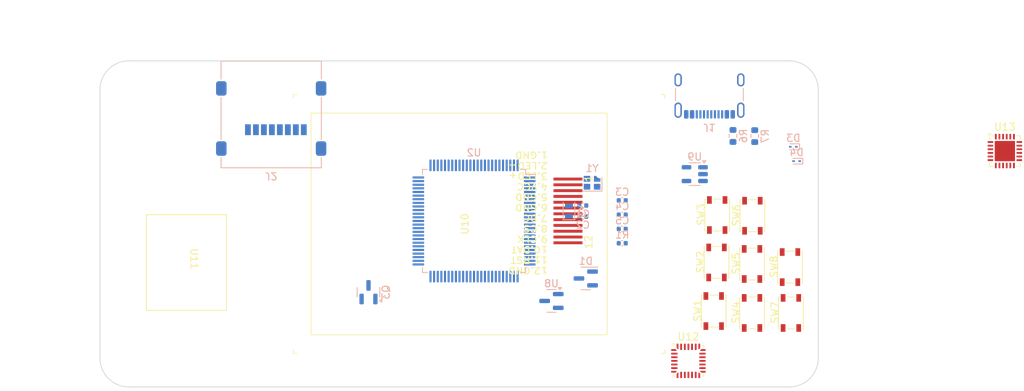
<source format=kicad_pcb>
(kicad_pcb (version 20240108) (generator "pcbnew") (generator_version "8.0")
  (layers (0 "F.Cu" signal) (1 "In1.Cu" signal) (2 "In2.Cu" signal) (31 "B.Cu" signal) (34 "B.Paste" user) (35 "F.Paste" user) (36 "B.SilkS" user "B.Silkscreen") (37 "F.SilkS" user "F.Silkscreen") (38 "B.Mask" user) (39 "F.Mask" user) (44 "Edge.Cuts" user))
  (net 0 "")
  (net 6 "Net-(Q3-C)")
  (net 8 "Net-(Q3-B)")
  (net 63 "GND")
  (net 64 "/OSC32_IN")
  (net 65 "/OSC32_OUT")
  (net 66 "/OSC_IN")
  (net 67 "/OSC_OUT")
  (net 68 "/NRST")
  (net 69 "/BOOT0")
  (net 70 "VDD")
  (net 71 "/VBAT_Pin")
  (net 72 "/VBAT")
  (net 73 "/usb1_D-")
  (net 74 "Net-(J1-CC1)")
  (net 75 "/usb1_D+")
  (net 76 "VBUS")
  (net 77 "Net-(J1-CC2)")
  (net 88 "VDDA")
  (net 89 "/VREF+")
  (net 95 "/IPS_RST")
  (net 96 "/IPS_CS")
  (net 97 "VCC")
  (net 98 "/IPS_SDA")
  (net 99 "/IPS_SCL")
  (net 100 "Net-(U10-LEDK)")
  (net 101 "/IPS_DC")
  (net 102 "/SD1_CLK")
  (net 103 "/SD1_D3")
  (net 104 "/SD1_D1")
  (net 107 "/SD1_D0")
  (net 109 "/SD1_D2")
  (net 110 "/SD1_CMD")
  (net 111 "/USB_OTG_DP")
  (net 112 "/OSPI_IO5")
  (net 113 "/OSPI_DQS")
  (net 114 "/SW_DIO")
  (net 115 "/USB_OTG_DM")
  (net 116 "/OSPI_IO6")
  (net 117 "/OSPI_IO7")
  (net 118 "/OSPI_IO4")
  (net 119 "/OSPI_IO2")
  (net 120 "/OSPI_NCS")
  (net 121 "Net-(C19-Pad1)")
  (net 122 "/I2C1_SCL")
  (net 123 "/OSPI_IO1")
  (net 124 "Net-(C18-Pad1)")
  (net 125 "/USART1_TX")
  (net 126 "/OSPI_CLK")
  (net 127 "/USB_OTG_ID")
  (net 128 "/I2C1_SDA")
  (net 129 "/OSPI_IO3")
  (net 130 "/OSPI_IO0")
  (net 131 "/SW_CLK")
  (net 132 "/USART1_RX")
  (footprint "my_footprint:KEY-SMD_4P-L4.2-W3.4-P2.15-LS4.5-TL" (layer "F.Cu") (at 174.6548 94.4672 90)
    (property "Reference" "SW1" (at 0 -2.286 90) (layer "F.SilkS"))
    (property "Value" "SW_Push")
    (pad "1" smd rect (at -2.131 -1.147 90) (size 1.05 0.65) (layers "F.Cu" "F.Paste" "F.Mask"))
    (pad "1" smd rect (at 2.019 -1.147 90) (size 1.05 0.65) (layers "F.Cu" "F.Paste" "F.Mask"))
    (pad "2" smd rect (at -2.131 1.003 90) (size 1.05 0.65) (layers "F.Cu" "F.Paste" "F.Mask"))
    (pad "2" smd rect (at 2.019 1.003 90) (size 1.05 0.65) (layers "F.Cu" "F.Paste" "F.Mask"))
  )
  (footprint "my_footprint:KEY-SMD_4P-L4.2-W3.4-P2.15-LS4.5-TL" (layer "F.Cu") (at 179.9884 81.3178 90)
    (property "Reference" "SW6" (at 0 -2.286 90) (layer "F.SilkS"))
    (property "Value" "SW_Push")
    (pad "1" smd rect (at -2.131 -1.147 90) (size 1.05 0.65) (layers "F.Cu" "F.Paste" "F.Mask"))
    (pad "1" smd rect (at 2.019 -1.147 90) (size 1.05 0.65) (layers "F.Cu" "F.Paste" "F.Mask"))
    (pad "2" smd rect (at -2.131 1.003 90) (size 1.05 0.65) (layers "F.Cu" "F.Paste" "F.Mask"))
    (pad "2" smd rect (at 2.019 1.003 90) (size 1.05 0.65) (layers "F.Cu" "F.Paste" "F.Mask"))
  )
  (footprint "my_footprint:ips_2.0_240x320_12p" (layer "F.Cu") (at 140.7895 82.507 90)
    (property "Reference" "U10" (at 0 -0.5 90) (layer "F.SilkS"))
    (property "Value" "~")
    (fp_text user "12" (at -3.556 17.145 90) (layer "F.SilkS") (effects (justify left bottom)))
    (fp_text user "1" (at 5.715 17.145 90) (layer "F.SilkS") (effects (justify left bottom)))
    (pad "" np_thru_hole circle (at -3.2 18.08 90) (size 1 1) (drill 1) (layers "F&B.Cu" "*.Mask"))
    (pad "" np_thru_hole circle (at 6.81 18.07 90) (size 1 1) (drill 1) (layers "F&B.Cu" "*.Mask"))
    (pad "1" smd rect (at 6.2 13.71 270) (size 0.4 4) (layers "F.Cu" "F.Paste" "F.Mask") (net 63 "GND"))
    (pad "2" smd rect (at 5.4 13.71 270) (size 0.4 4) (layers "F.Cu" "F.Paste" "F.Mask") (net 100 "Net-(U10-LEDK)"))
    (pad "3" smd rect (at 4.6 13.71 270) (size 0.4 4) (layers "F.Cu" "F.Paste" "F.Mask") (net 97 "VCC"))
    (pad "4" smd rect (at 3.8 13.71 270) (size 0.4 4) (layers "F.Cu" "F.Paste" "F.Mask") (net 97 "VCC"))
    (pad "5" smd rect (at 3 13.71 270) (size 0.4 4) (layers "F.Cu" "F.Paste" "F.Mask") (net 63 "GND"))
    (pad "6" smd rect (at 2.2 13.71 270) (size 0.4 4) (layers "F.Cu" "F.Paste" "F.Mask") (net 63 "GND"))
    (pad "7" smd rect (at 1.4 13.71 270) (size 0.4 4) (layers "F.Cu" "F.Paste" "F.Mask") (net 101 "/IPS_DC"))
    (pad "8" smd rect (at 0.6 13.71 270) (size 0.4 4) (layers "F.Cu" "F.Paste" "F.Mask") (net 96 "/IPS_CS"))
    (pad "9" smd rect (at -0.2 13.71 270) (size 0.4 4) (layers "F.Cu" "F.Paste" "F.Mask") (net 99 "/IPS_SCL"))
    (pad "10" smd rect (at -1 13.71 270) (size 0.4 4) (layers "F.Cu" "F.Paste" "F.Mask") (net 98 "/IPS_SDA"))
    (pad "11" smd rect (at -1.8 13.71 270) (size 0.4 4) (layers "F.Cu" "F.Paste" "F.Mask") (net 95 "/IPS_RST"))
    (pad "12" smd rect (at -2.6 13.71 270) (size 0.4 4) (layers "F.Cu" "F.Paste" "F.Mask") (net 63 "GND"))
  )
  (footprint "my_footprint:KEY-SMD_4P-L4.2-W3.4-P2.15-LS4.5-TL" (layer "F.Cu") (at 175.137 81.2162 90)
    (property "Reference" "SW3" (at 0 -2.286 90) (layer "F.SilkS"))
    (property "Value" "SW_Push")
    (pad "1" smd rect (at -2.131 -1.147 90) (size 1.05 0.65) (layers "F.Cu" "F.Paste" "F.Mask"))
    (pad "1" smd rect (at 2.019 -1.147 90) (size 1.05 0.65) (layers "F.Cu" "F.Paste" "F.Mask"))
    (pad "2" smd rect (at -2.131 1.003 90) (size 1.05 0.65) (layers "F.Cu" "F.Paste" "F.Mask"))
    (pad "2" smd rect (at 2.019 1.003 90) (size 1.05 0.65) (layers "F.Cu" "F.Paste" "F.Mask"))
  )
  (footprint "my_footprint:KEY-SMD_4P-L4.2-W3.4-P2.15-LS4.5-TL" (layer "F.Cu") (at 185.297 94.729 90)
    (property "Reference" "SW7" (at 0 -2.286 90) (layer "F.SilkS"))
    (property "Value" "SW_Push")
    (pad "1" smd rect (at -2.131 -1.147 90) (size 1.05 0.65) (layers "F.Cu" "F.Paste" "F.Mask"))
    (pad "1" smd rect (at 2.019 -1.147 90) (size 1.05 0.65) (layers "F.Cu" "F.Paste" "F.Mask"))
    (pad "2" smd rect (at -2.131 1.003 90) (size 1.05 0.65) (layers "F.Cu" "F.Paste" "F.Mask"))
    (pad "2" smd rect (at 2.019 1.003 90) (size 1.05 0.65) (layers "F.Cu" "F.Paste" "F.Mask"))
  )
  (footprint "MountingHole:MountingHole_2.2mm_M2" (layer "F.Cu") (at 185 101)
    (property "Reference" "H4" (hide yes))
    (property "Value" "MountingHole")
    (pad "" np_thru_hole circle (at 0 0) (size 2.2 2.2) (drill 2.2) (layers "*.Cu" "*.Mask"))
  )
  (footprint "Package_DFN_QFN:QFN-24-1EP_4x4mm_P0.5mm_EP2.8x2.8mm" (layer "F.Cu") (at 214.7125 72.45)
    (property "Reference" "U13" (at 0 -3.33 0) (layer "F.SilkS"))
    (property "Value" "~")
    (pad "1" smd roundrect (at -1.9875 -1.25) (size 0.775 0.25) (layers "F.Cu" "F.Paste" "F.Mask"))
    (pad "2" smd roundrect (at -1.9875 -0.75) (size 0.775 0.25) (layers "F.Cu" "F.Paste" "F.Mask"))
    (pad "3" smd roundrect (at -1.9875 -0.25) (size 0.775 0.25) (layers "F.Cu" "F.Paste" "F.Mask"))
    (pad "4" smd roundrect (at -1.9875 0.25) (size 0.775 0.25) (layers "F.Cu" "F.Paste" "F.Mask"))
    (pad "5" smd roundrect (at -1.9875 0.75) (size 0.775 0.25) (layers "F.Cu" "F.Paste" "F.Mask"))
    (pad "6" smd roundrect (at -1.9875 1.25) (size 0.775 0.25) (layers "F.Cu" "F.Paste" "F.Mask"))
    (pad "7" smd roundrect (at -1.25 1.9875) (size 0.25 0.775) (layers "F.Cu" "F.Paste" "F.Mask"))
    (pad "8" smd roundrect (at -0.75 1.9875) (size 0.25 0.775) (layers "F.Cu" "F.Paste" "F.Mask"))
    (pad "9" smd roundrect (at -0.25 1.9875) (size 0.25 0.775) (layers "F.Cu" "F.Paste" "F.Mask"))
    (pad "10" smd roundrect (at 0.25 1.9875) (size 0.25 0.775) (layers "F.Cu" "F.Paste" "F.Mask"))
    (pad "11" smd roundrect (at 0.75 1.9875) (size 0.25 0.775) (layers "F.Cu" "F.Paste" "F.Mask"))
    (pad "12" smd roundrect (at 1.25 1.9875) (size 0.25 0.775) (layers "F.Cu" "F.Paste" "F.Mask"))
    (pad "13" smd roundrect (at 1.9875 1.25) (size 0.775 0.25) (layers "F.Cu" "F.Paste" "F.Mask"))
    (pad "14" smd roundrect (at 1.9875 0.75) (size 0.775 0.25) (layers "F.Cu" "F.Paste" "F.Mask"))
    (pad "15" smd roundrect (at 1.9875 0.25) (size 0.775 0.25) (layers "F.Cu" "F.Paste" "F.Mask"))
    (pad "16" smd roundrect (at 1.9875 -0.25) (size 0.775 0.25) (layers "F.Cu" "F.Paste" "F.Mask"))
    (pad "17" smd roundrect (at 1.9875 -0.75) (size 0.775 0.25) (layers "F.Cu" "F.Paste" "F.Mask"))
    (pad "18" smd roundrect (at 1.9875 -1.25) (size 0.775 0.25) (layers "F.Cu" "F.Paste" "F.Mask"))
    (pad "19" smd roundrect (at 1.25 -1.9875) (size 0.25 0.775) (layers "F.Cu" "F.Paste" "F.Mask"))
    (pad "20" smd roundrect (at 0.75 -1.9875) (size 0.25 0.775) (layers "F.Cu" "F.Paste" "F.Mask"))
    (pad "21" smd roundrect (at 0.25 -1.9875) (size 0.25 0.775) (layers "F.Cu" "F.Paste" "F.Mask"))
    (pad "22" smd roundrect (at -0.25 -1.9875) (size 0.25 0.775) (layers "F.Cu" "F.Paste" "F.Mask"))
    (pad "23" smd roundrect (at -0.75 -1.9875) (size 0.25 0.775) (layers "F.Cu" "F.Paste" "F.Mask"))
    (pad "24" smd roundrect (at -1.25 -1.9875) (size 0.25 0.775) (layers "F.Cu" "F.Paste" "F.Mask"))
    (pad "25" smd rect (at 0 0) (size 2.8 2.8) (property pad_prop_heatsink) (layers "F.Cu" "F.Mask"))
  )
  (footprint "my_footprint:KEY-SMD_4P-L4.2-W3.4-P2.15-LS4.5-TL" (layer "F.Cu") (at 179.9376 94.729 90)
    (property "Reference" "SW4" (at 0 -2.286 90) (layer "F.SilkS"))
    (property "Value" "SW_Push")
    (pad "1" smd rect (at -2.131 -1.147 90) (size 1.05 0.65) (layers "F.Cu" "F.Paste" "F.Mask"))
    (pad "1" smd rect (at 2.019 -1.147 90) (size 1.05 0.65) (layers "F.Cu" "F.Paste" "F.Mask"))
    (pad "2" smd rect (at -2.131 1.003 90) (size 1.05 0.65) (layers "F.Cu" "F.Paste" "F.Mask"))
    (pad "2" smd rect (at 2.019 1.003 90) (size 1.05 0.65) (layers "F.Cu" "F.Paste" "F.Mask"))
  )
  (footprint "MountingHole:MountingHole_2.2mm_M2" (layer "F.Cu") (at 94 101)
    (property "Reference" "H2" (hide yes))
    (property "Value" "MountingHole")
    (pad "" np_thru_hole circle (at 0 0) (size 2.2 2.2) (drill 2.2) (layers "*.Cu" "*.Mask"))
  )
  (footprint "MountingHole:MountingHole_2.2mm_M2" (layer "F.Cu") (at 185 64)
    (property "Reference" "H3" (hide yes))
    (property "Value" "MountingHole")
    (pad "" np_thru_hole circle (at 0 0) (size 2.2 2.2) (drill 2.2) (layers "*.Cu" "*.Mask"))
  )
  (footprint "Package_DFN_QFN:QFN-28_4x4mm_P0.5mm" (layer "F.Cu") (at 171.1 101.4)
    (property "Reference" "U12" (at 0 -3.33 0) (layer "F.SilkS"))
    (property "Value" "STM32G031G8Ux")
    (pad "1" smd custom (at -1.9975 -1.5) (size 0.136863 0.136863) (layers "F.Cu" "F.Paste" "F.Mask") (options (clearance outline) (anchor circle)) (primitives (gr_poly (pts (xy -0.3325 -0.08) (xy 0.19886 -0.08) (xy 0.3325 0.05364) (xy 0.3325 0.08) (xy -0.3325 0.08)) (width 0.09) (fill yes))))
    (pad "2" smd roundrect (at -1.9375 -1) (size 0.875 0.25) (layers "F.Cu" "F.Paste" "F.Mask"))
    (pad "3" smd roundrect (at -1.9375 -0.5) (size 0.875 0.25) (layers "F.Cu" "F.Paste" "F.Mask"))
    (pad "4" smd roundrect (at -1.9375 0) (size 0.875 0.25) (layers "F.Cu" "F.Paste" "F.Mask"))
    (pad "5" smd roundrect (at -1.9375 0.5) (size 0.875 0.25) (layers "F.Cu" "F.Paste" "F.Mask"))
    (pad "6" smd roundrect (at -1.9375 1) (size 0.875 0.25) (layers "F.Cu" "F.Paste" "F.Mask"))
    (pad "7" smd custom (at -1.9975 1.5) (size 0.136863 0.136863) (layers "F.Cu" "F.Paste" "F.Mask") (options (clearance outline) (anchor circle)) (primitives (gr_poly (pts (xy -0.3325 -0.08) (xy 0.3325 -0.08) (xy 0.3325 -0.05364) (xy 0.19886 0.08) (xy -0.3325 0.08)) (width 0.09) (fill yes))))
    (pad "8" smd custom (at -1.5 1.9975) (size 0.136863 0.136863) (layers "F.Cu" "F.Paste" "F.Mask") (options (clearance outline) (anchor circle)) (primitives (gr_poly (pts (xy -0.08 -0.19886) (xy 0.05364 -0.3325) (xy 0.08 -0.3325) (xy 0.08 0.3325) (xy -0.08 0.3325)) (width 0.09) (fill yes))))
    (pad "9" smd roundrect (at -1 1.9375) (size 0.25 0.875) (layers "F.Cu" "F.Paste" "F.Mask"))
    (pad "10" smd roundrect (at -0.5 1.9375) (size 0.25 0.875) (layers "F.Cu" "F.Paste" "F.Mask"))
    (pad "11" smd roundrect (at 0 1.9375) (size 0.25 0.875) (layers "F.Cu" "F.Paste" "F.Mask"))
    (pad "12" smd roundrect (at 0.5 1.9375) (size 0.25 0.875) (layers "F.Cu" "F.Paste" "F.Mask"))
    (pad "13" smd roundrect (at 1 1.9375) (size 0.25 0.875) (layers "F.Cu" "F.Paste" "F.Mask"))
    (pad "14" smd custom (at 1.5 1.9975) (size 0.136863 0.136863) (layers "F.Cu" "F.Paste" "F.Mask") (options (clearance outline) (anchor circle)) (primitives (gr_poly (pts (xy -0.08 -0.3325) (xy -0.05364 -0.3325) (xy 0.08 -0.19886) (xy 0.08 0.3325) (xy -0.08 0.3325)) (width 0.09) (fill yes))))
    (pad "15" smd custom (at 1.9975 1.5) (size 0.136863 0.136863) (layers "F.Cu" "F.Paste" "F.Mask") (options (clearance outline) (anchor circle)) (primitives (gr_poly (pts (xy -0.3325 -0.08) (xy 0.3325 -0.08) (xy 0.3325 0.08) (xy -0.19886 0.08) (xy -0.3325 -0.05364)) (width 0.09) (fill yes))))
    (pad "16" smd roundrect (at 1.9375 1) (size 0.875 0.25) (layers "F.Cu" "F.Paste" "F.Mask"))
    (pad "17" smd roundrect (at 1.9375 0.5) (size 0.875 0.25) (layers "F.Cu" "F.Paste" "F.Mask"))
    (pad "18" smd roundrect (at 1.9375 0) (size 0.875 0.25) (layers "F.Cu" "F.Paste" "F.Mask"))
    (pad "19" smd roundrect (at 1.9375 -0.5) (size 0.875 0.25) (layers "F.Cu" "F.Paste" "F.Mask"))
    (pad "20" smd roundrect (at 1.9375 -1) (size 0.875 0.25) (layers "F.Cu" "F.Paste" "F.Mask"))
    (pad "21" smd custom (at 1.9975 -1.5) (size 0.136863 0.136863) (layers "F.Cu" "F.Paste" "F.Mask") (options (clearance outline) (anchor circle)) (primitives (gr_poly (pts (xy -0.3325 0.05364) (xy -0.19886 -0.08) (xy 0.3325 -0.08) (xy 0.3325 0.08) (xy -0.3325 0.08)) (width 0.09) (fill yes))))
    (pad "22" smd custom (at 1.5 -1.9975) (size 0.136863 0.136863) (layers "F.Cu" "F.Paste" "F.Mask") (options (clearance outline) (anchor circle)) (primitives (gr_poly (pts (xy -0.08 -0.3325) (xy 0.08 -0.3325) (xy 0.08 0.19886) (xy -0.05364 0.3325) (xy -0.08 0.3325)) (width 0.09) (fill yes))))
    (pad "23" smd roundrect (at 1 -1.9375) (size 0.25 0.875) (layers "F.Cu" "F.Paste" "F.Mask"))
    (pad "24" smd roundrect (at 0.5 -1.9375) (size 0.25 0.875) (layers "F.Cu" "F.Paste" "F.Mask"))
    (pad "25" smd roundrect (at 0 -1.9375) (size 0.25 0.875) (layers "F.Cu" "F.Paste" "F.Mask"))
    (pad "26" smd roundrect (at -0.5 -1.9375) (size 0.25 0.875) (layers "F.Cu" "F.Paste" "F.Mask"))
    (pad "27" smd roundrect (at -1 -1.9375) (size 0.25 0.875) (layers "F.Cu" "F.Paste" "F.Mask"))
    (pad "28" smd custom (at -1.5 -1.9975) (size 0.136863 0.136863) (layers "F.Cu" "F.Paste" "F.Mask") (options (clearance outline) (anchor circle)) (primitives (gr_poly (pts (xy -0.08 -0.3325) (xy 0.08 -0.3325) (xy 0.08 0.3325) (xy 0.05364 0.3325) (xy -0.08 0.19886)) (width 0.09) (fill yes))))
  )
  (footprint "my_footprint:KEY-SMD_4P-L4.2-W3.4-P2.15-LS4.5-TL" (layer "F.Cu") (at 175.0436 87.7616 90)
    (property "Reference" "SW2" (at 0 -2.286 90) (layer "F.SilkS"))
    (property "Value" "SW_Push")
    (pad "1" smd rect (at -2.131 -1.147 90) (size 1.05 0.65) (layers "F.Cu" "F.Paste" "F.Mask"))
    (pad "1" smd rect (at 2.019 -1.147 90) (size 1.05 0.65) (layers "F.Cu" "F.Paste" "F.Mask"))
    (pad "2" smd rect (at -2.131 1.003 90) (size 1.05 0.65) (layers "F.Cu" "F.Paste" "F.Mask"))
    (pad "2" smd rect (at 2.019 1.003 90) (size 1.05 0.65) (layers "F.Cu" "F.Paste" "F.Mask"))
  )
  (footprint "MountingHole:MountingHole_2.2mm_M2" (layer "F.Cu") (at 94 64)
    (property "Reference" "H1" (hide yes))
    (property "Value" "MountingHole")
    (pad "" np_thru_hole circle (at 0 0) (size 2.2 2.2) (drill 2.2) (layers "*.Cu" "*.Mask"))
  )
  (footprint "my_footprint:KEY-SMD_4P-L4.2-W3.4-P2.15-LS4.5-TL" (layer "F.Cu") (at 179.9376 87.9726 90)
    (property "Reference" "SW5" (at 0 -2.286 90) (layer "F.SilkS"))
    (property "Value" "SW_Push")
    (pad "1" smd rect (at -2.131 -1.147 90) (size 1.05 0.65) (layers "F.Cu" "F.Paste" "F.Mask"))
    (pad "1" smd rect (at 2.019 -1.147 90) (size 1.05 0.65) (layers "F.Cu" "F.Paste" "F.Mask"))
    (pad "2" smd rect (at -2.131 1.003 90) (size 1.05 0.65) (layers "F.Cu" "F.Paste" "F.Mask"))
    (pad "2" smd rect (at 2.019 1.003 90) (size 1.05 0.65) (layers "F.Cu" "F.Paste" "F.Mask"))
  )
  (footprint "my_footprint:KEY-SMD_4P-L4.2-W3.4-P2.15-LS4.5-TL" (layer "F.Cu") (at 185.17 88.4044 90)
    (property "Reference" "SW8" (at 0 -2.286 90) (layer "F.SilkS"))
    (property "Value" "SW_Push")
    (pad "1" smd rect (at -2.131 -1.147 90) (size 1.05 0.65) (layers "F.Cu" "F.Paste" "F.Mask"))
    (pad "1" smd rect (at 2.019 -1.147 90) (size 1.05 0.65) (layers "F.Cu" "F.Paste" "F.Mask"))
    (pad "2" smd rect (at -2.131 1.003 90) (size 1.05 0.65) (layers "F.Cu" "F.Paste" "F.Mask"))
    (pad "2" smd rect (at 2.019 1.003 90) (size 1.05 0.65) (layers "F.Cu" "F.Paste" "F.Mask"))
  )
  (footprint "my_footprint:ns_joystick" (layer "F.Cu") (at 102.489 87.3252 -90)
    (property "Reference" "U11" (at 0 -0.5 -90) (layer "F.SilkS"))
    (property "Value" "~")
  )
  (footprint "Connector_USB:USB_C_Receptacle_GCT_USB4105-xx-A_16P_TopMnt_Horizontal" (layer "B.Cu") (at 174 63.7)
    (property "Reference" "J1" (at 0 5.5 180) (layer "B.SilkS") (effects (justify mirror)))
    (property "Value" "USB_C_Receptacle_USB2.0")
    (pad "" np_thru_hole circle (at -2.89 2.605) (size 0.65 0.65) (drill 0.65) (layers "F&B.Cu" "*.Mask"))
    (pad "" np_thru_hole circle (at 2.89 2.605) (size 0.65 0.65) (drill 0.65) (layers "F&B.Cu" "*.Mask"))
    (pad "A1" smd roundrect (at -3.2 3.68) (size 0.6 1.15) (layers "B.Cu" "B.Paste" "B.Mask") (net 63 "GND"))
    (pad "A4" smd roundrect (at -2.4 3.68) (size 0.6 1.15) (layers "B.Cu" "B.Paste" "B.Mask") (net 76 "VBUS"))
    (pad "A5" smd roundrect (at -1.25 3.68) (size 0.3 1.15) (layers "B.Cu" "B.Paste" "B.Mask") (net 74 "Net-(J1-CC1)"))
    (pad "A6" smd roundrect (at -0.25 3.68) (size 0.3 1.15) (layers "B.Cu" "B.Paste" "B.Mask") (net 75 "/usb1_D+"))
    (pad "A7" smd roundrect (at 0.25 3.68) (size 0.3 1.15) (layers "B.Cu" "B.Paste" "B.Mask") (net 73 "/usb1_D-"))
    (pad "A8" smd roundrect (at 1.25 3.68) (size 0.3 1.15) (layers "B.Cu" "B.Paste" "B.Mask"))
    (pad "A9" smd roundrect (at 2.4 3.68) (size 0.6 1.15) (layers "B.Cu" "B.Paste" "B.Mask") (net 76 "VBUS"))
    (pad "A12" smd roundrect (at 3.2 3.68) (size 0.6 1.15) (layers "B.Cu" "B.Paste" "B.Mask") (net 63 "GND"))
    (pad "B1" smd roundrect (at 3.2 3.68) (size 0.6 1.15) (layers "B.Cu" "B.Paste" "B.Mask") (net 63 "GND"))
    (pad "B4" smd roundrect (at 2.4 3.68) (size 0.6 1.15) (layers "B.Cu" "B.Paste" "B.Mask") (net 76 "VBUS"))
    (pad "B5" smd roundrect (at 1.75 3.68) (size 0.3 1.15) (layers "B.Cu" "B.Paste" "B.Mask") (net 77 "Net-(J1-CC2)"))
    (pad "B6" smd roundrect (at 0.75 3.68) (size 0.3 1.15) (layers "B.Cu" "B.Paste" "B.Mask") (net 75 "/usb1_D+"))
    (pad "B7" smd roundrect (at -0.75 3.68) (size 0.3 1.15) (layers "B.Cu" "B.Paste" "B.Mask") (net 73 "/usb1_D-"))
    (pad "B8" smd roundrect (at -1.75 3.68) (size 0.3 1.15) (layers "B.Cu" "B.Paste" "B.Mask"))
    (pad "B9" smd roundrect (at -2.4 3.68) (size 0.6 1.15) (layers "B.Cu" "B.Paste" "B.Mask") (net 76 "VBUS"))
    (pad "B12" smd roundrect (at -3.2 3.68) (size 0.6 1.15) (layers "B.Cu" "B.Paste" "B.Mask") (net 63 "GND"))
    (pad "S1" thru_hole oval (at -4.32 -1.075) (size 1 1.8) (drill oval 0.6 1.4) (layers "*.Cu" "*.Mask" "B.Paste") (net 63 "GND"))
    (pad "S1" thru_hole oval (at -4.32 3.105) (size 1 2.1) (drill oval 0.6 1.7) (layers "*.Cu" "*.Mask" "B.Paste") (net 63 "GND"))
    (pad "S1" thru_hole oval (at 4.32 -1.075) (size 1 1.8) (drill oval 0.6 1.4) (layers "*.Cu" "*.Mask" "B.Paste") (net 63 "GND"))
    (pad "S1" thru_hole oval (at 4.32 3.105) (size 1 2.1) (drill oval 0.6 1.7) (layers "*.Cu" "*.Mask" "B.Paste") (net 63 "GND"))
  )
  (footprint "Package_TO_SOT_SMD:SOT-23" (layer "B.Cu") (at 152.2245 93.1316 180)
    (property "Reference" "U8" (at 0 2.4 180) (layer "B.SilkS") (effects (justify mirror)))
    (property "Value" "REF3033")
    (pad "1" smd roundrect (at -0.9375 0.95 180) (size 1.475 0.6) (layers "B.Cu" "B.Paste" "B.Mask") (net 70 "VDD"))
    (pad "2" smd roundrect (at -0.9375 -0.95 180) (size 1.475 0.6) (layers "B.Cu" "B.Paste" "B.Mask") (net 89 "/VREF+"))
    (pad "3" smd roundrect (at 0.9375 0 180) (size 1.475 0.6) (layers "B.Cu" "B.Paste" "B.Mask") (net 63 "GND"))
  )
  (footprint "Capacitor_SMD:C_0402_1005Metric" (layer "B.Cu") (at 161.976828 83.1976 180)
    (property "Reference" "C5" (at 0 1.16 180) (layer "B.SilkS") (effects (justify mirror)))
    (property "Value" "100nF")
    (pad "1" smd roundrect (at -0.48 0 180) (size 0.56 0.62) (layers "B.Cu" "B.Paste" "B.Mask") (net 68 "/NRST"))
    (pad "2" smd roundrect (at 0.48 0 180) (size 0.56 0.62) (layers "B.Cu" "B.Paste" "B.Mask") (net 63 "GND"))
  )
  (footprint "Capacitor_SMD:C_0402_1005Metric" (layer "B.Cu") (at 156.543828 81.4846)
    (property "Reference" "C2" (at 0 1.16 0) (layer "B.SilkS") (effects (justify mirror)))
    (property "Value" "1.5pF")
    (pad "1" smd roundrect (at -0.48 0) (size 0.56 0.62) (layers "B.Cu" "B.Paste" "B.Mask") (net 65 "/OSC32_OUT"))
    (pad "2" smd roundrect (at 0.48 0) (size 0.56 0.62) (layers "B.Cu" "B.Paste" "B.Mask") (net 63 "GND"))
  )
  (footprint "Package_QFP:LQFP-100_14x14mm_P0.5mm" (layer "B.Cu") (at 141.5542 82.0928 180)
    (property "Reference" "U2" (at 0 9.42 180) (layer "B.SilkS") (effects (justify mirror)))
    (property "Value" "STM32H7B0VBTx")
    (pad "1" smd roundrect (at -7.675 6 180) (size 1.6 0.3) (layers "B.Cu" "B.Paste" "B.Mask"))
    (pad "2" smd roundrect (at -7.675 5.5 180) (size 1.6 0.3) (layers "B.Cu" "B.Paste" "B.Mask"))
    (pad "3" smd roundrect (at -7.675 5 180) (size 1.6 0.3) (layers "B.Cu" "B.Paste" "B.Mask"))
    (pad "4" smd roundrect (at -7.675 4.5 180) (size 1.6 0.3) (layers "B.Cu" "B.Paste" "B.Mask"))
    (pad "5" smd roundrect (at -7.675 4 180) (size 1.6 0.3) (layers "B.Cu" "B.Paste" "B.Mask"))
    (pad "6" smd roundrect (at -7.675 3.5 180) (size 1.6 0.3) (layers "B.Cu" "B.Paste" "B.Mask") (net 72 "/VBAT"))
    (pad "7" smd roundrect (at -7.675 3 180) (size 1.6 0.3) (layers "B.Cu" "B.Paste" "B.Mask"))
    (pad "8" smd roundrect (at -7.675 2.5 180) (size 1.6 0.3) (layers "B.Cu" "B.Paste" "B.Mask") (net 64 "/OSC32_IN"))
    (pad "9" smd roundrect (at -7.675 2 180) (size 1.6 0.3) (layers "B.Cu" "B.Paste" "B.Mask") (net 65 "/OSC32_OUT"))
    (pad "10" smd roundrect (at -7.675 1.5 180) (size 1.6 0.3) (layers "B.Cu" "B.Paste" "B.Mask") (net 63 "GND"))
    (pad "11" smd roundrect (at -7.675 1 180) (size 1.6 0.3) (layers "B.Cu" "B.Paste" "B.Mask") (net 70 "VDD"))
    (pad "12" smd roundrect (at -7.675 0.5 180) (size 1.6 0.3) (layers "B.Cu" "B.Paste" "B.Mask") (net 66 "/OSC_IN"))
    (pad "13" smd roundrect (at -7.675 0 180) (size 1.6 0.3) (layers "B.Cu" "B.Paste" "B.Mask") (net 67 "/OSC_OUT"))
    (pad "14" smd roundrect (at -7.675 -0.5 180) (size 1.6 0.3) (layers "B.Cu" "B.Paste" "B.Mask") (net 68 "/NRST"))
    (pad "15" smd roundrect (at -7.675 -1 180) (size 1.6 0.3) (layers "B.Cu" "B.Paste" "B.Mask"))
    (pad "16" smd roundrect (at -7.675 -1.5 180) (size 1.6 0.3) (layers "B.Cu" "B.Paste" "B.Mask"))
    (pad "17" smd roundrect (at -7.675 -2 180) (size 1.6 0.3) (layers "B.Cu" "B.Paste" "B.Mask"))
    (pad "18" smd roundrect (at -7.675 -2.5 180) (size 1.6 0.3) (layers "B.Cu" "B.Paste" "B.Mask"))
    (pad "19" smd roundrect (at -7.675 -3 180) (size 1.6 0.3) (layers "B.Cu" "B.Paste" "B.Mask") (net 63 "GND"))
    (pad "20" smd roundrect (at -7.675 -3.5 180) (size 1.6 0.3) (layers "B.Cu" "B.Paste" "B.Mask") (net 89 "/VREF+"))
    (pad "21" smd roundrect (at -7.675 -4 180) (size 1.6 0.3) (layers "B.Cu" "B.Paste" "B.Mask") (net 88 "VDDA"))
    (pad "22" smd roundrect (at -7.675 -4.5 180) (size 1.6 0.3) (layers "B.Cu" "B.Paste" "B.Mask"))
    (pad "23" smd roundrect (at -7.675 -5 180) (size 1.6 0.3) (layers "B.Cu" "B.Paste" "B.Mask"))
    (pad "24" smd roundrect (at -7.675 -5.5 180) (size 1.6 0.3) (layers "B.Cu" "B.Paste" "B.Mask"))
    (pad "25" smd roundrect (at -7.675 -6 180) (size 1.6 0.3) (layers "B.Cu" "B.Paste" "B.Mask"))
    (pad "26" smd roundrect (at -6 -7.675 180) (size 0.3 1.6) (layers "B.Cu" "B.Paste" "B.Mask") (net 63 "GND"))
    (pad "27" smd roundrect (at -5.5 -7.675 180) (size 0.3 1.6) (layers "B.Cu" "B.Paste" "B.Mask") (net 70 "VDD"))
    (pad "28" smd roundrect (at -5 -7.675 180) (size 0.3 1.6) (layers "B.Cu" "B.Paste" "B.Mask"))
    (pad "29" smd roundrect (at -4.5 -7.675 180) (size 0.3 1.6) (layers "B.Cu" "B.Paste" "B.Mask"))
    (pad "30" smd roundrect (at -4 -7.675 180) (size 0.3 1.6) (layers "B.Cu" "B.Paste" "B.Mask") (net 129 "/OSPI_IO3"))
    (pad "31" smd roundrect (at -3.5 -7.675 180) (size 0.3 1.6) (layers "B.Cu" "B.Paste" "B.Mask") (net 119 "/OSPI_IO2"))
    (pad "32" smd roundrect (at -3 -7.675 180) (size 0.3 1.6) (layers "B.Cu" "B.Paste" "B.Mask"))
    (pad "33" smd roundrect (at -2.5 -7.675 180) (size 0.3 1.6) (layers "B.Cu" "B.Paste" "B.Mask") (net 113 "/OSPI_DQS"))
    (pad "34" smd roundrect (at -2 -7.675 180) (size 0.3 1.6) (layers "B.Cu" "B.Paste" "B.Mask") (net 123 "/OSPI_IO1"))
    (pad "35" smd roundrect (at -1.5 -7.675 180) (size 0.3 1.6) (layers "B.Cu" "B.Paste" "B.Mask") (net 130 "/OSPI_IO0"))
    (pad "36" smd roundrect (at -1 -7.675 180) (size 0.3 1.6) (layers "B.Cu" "B.Paste" "B.Mask") (net 126 "/OSPI_CLK"))
    (pad "37" smd roundrect (at -0.5 -7.675 180) (size 0.3 1.6) (layers "B.Cu" "B.Paste" "B.Mask") (net 118 "/OSPI_IO4"))
    (pad "38" smd roundrect (at 0 -7.675 180) (size 0.3 1.6) (layers "B.Cu" "B.Paste" "B.Mask") (net 112 "/OSPI_IO5"))
    (pad "39" smd roundrect (at 0.5 -7.675 180) (size 0.3 1.6) (layers "B.Cu" "B.Paste" "B.Mask") (net 116 "/OSPI_IO6"))
    (pad "40" smd roundrect (at 1 -7.675 180) (size 0.3 1.6) (layers "B.Cu" "B.Paste" "B.Mask") (net 117 "/OSPI_IO7"))
    (pad "41" smd roundrect (at 1.5 -7.675 180) (size 0.3 1.6) (layers "B.Cu" "B.Paste" "B.Mask") (net 120 "/OSPI_NCS"))
    (pad "42" smd roundrect (at 2 -7.675 180) (size 0.3 1.6) (layers "B.Cu" "B.Paste" "B.Mask"))
    (pad "43" smd roundrect (at 2.5 -7.675 180) (size 0.3 1.6) (layers "B.Cu" "B.Paste" "B.Mask"))
    (pad "44" smd roundrect (at 3 -7.675 180) (size 0.3 1.6) (layers "B.Cu" "B.Paste" "B.Mask"))
    (pad "45" smd roundrect (at 3.5 -7.675 180) (size 0.3 1.6) (layers "B.Cu" "B.Paste" "B.Mask"))
    (pad "46" smd roundrect (at 4 -7.675 180) (size 0.3 1.6) (layers "B.Cu" "B.Paste" "B.Mask"))
    (pad "47" smd roundrect (at 4.5 -7.675 180) (size 0.3 1.6) (layers "B.Cu" "B.Paste" "B.Mask"))
    (pad "48" smd roundrect (at 5 -7.675 180) (size 0.3 1.6) (layers "B.Cu" "B.Paste" "B.Mask") (net 124 "Net-(C18-Pad1)"))
    (pad "49" smd roundrect (at 5.5 -7.675 180) (size 0.3 1.6) (layers "B.Cu" "B.Paste" "B.Mask") (net 63 "GND"))
    (pad "50" smd roundrect (at 6 -7.675 180) (size 0.3 1.6) (layers "B.Cu" "B.Paste" "B.Mask") (net 70 "VDD"))
    (pad "51" smd roundrect (at 7.675 -6 180) (size 1.6 0.3) (layers "B.Cu" "B.Paste" "B.Mask"))
    (pad "52" smd roundrect (at 7.675 -5.5 180) (size 1.6 0.3) (layers "B.Cu" "B.Paste" "B.Mask"))
    (pad "53" smd roundrect (at 7.675 -5 180) (size 1.6 0.3) (layers "B.Cu" "B.Paste" "B.Mask"))
    (pad "54" smd roundrect (at 7.675 -4.5 180) (size 1.6 0.3) (layers "B.Cu" "B.Paste" "B.Mask"))
    (pad "55" smd roundrect (at 7.675 -4 180) (size 1.6 0.3) (layers "B.Cu" "B.Paste" "B.Mask"))
    (pad "56" smd roundrect (at 7.675 -3.5 180) (size 1.6 0.3) (layers "B.Cu" "B.Paste" "B.Mask"))
    (pad "57" smd roundrect (at 7.675 -3 180) (size 1.6 0.3) (layers "B.Cu" "B.Paste" "B.Mask"))
    (pad "58" smd roundrect (at 7.675 -2.5 180) (size 1.6 0.3) (layers "B.Cu" "B.Paste" "B.Mask"))
    (pad "59" smd roundrect (at 7.675 -2 180) (size 1.6 0.3) (layers "B.Cu" "B.Paste" "B.Mask"))
    (pad "60" smd roundrect (at 7.675 -1.5 180) (size 1.6 0.3) (layers "B.Cu" "B.Paste" "B.Mask"))
    (pad "61" smd roundrect (at 7.675 -1 180) (size 1.6 0.3) (layers "B.Cu" "B.Paste" "B.Mask"))
    (pad "62" smd roundrect (at 7.675 -0.5 180) (size 1.6 0.3) (layers "B.Cu" "B.Paste" "B.Mask"))
    (pad "63" smd roundrect (at 7.675 0 180) (size 1.6 0.3) (layers "B.Cu" "B.Paste" "B.Mask"))
    (pad "64" smd roundrect (at 7.675 0.5 180) (size 1.6 0.3) (layers "B.Cu" "B.Paste" "B.Mask"))
    (pad "65" smd roundrect (at 7.675 1 180) (size 1.6 0.3) (layers "B.Cu" "B.Paste" "B.Mask") (net 107 "/SD1_D0"))
    (pad "66" smd roundrect (at 7.675 1.5 180) (size 1.6 0.3) (layers "B.Cu" "B.Paste" "B.Mask") (net 104 "/SD1_D1"))
    (pad "67" smd roundrect (at 7.675 2 180) (size 1.6 0.3) (layers "B.Cu" "B.Paste" "B.Mask"))
    (pad "68" smd roundrect (at 7.675 2.5 180) (size 1.6 0.3) (layers "B.Cu" "B.Paste" "B.Mask"))
    (pad "69" smd roundrect (at 7.675 3 180) (size 1.6 0.3) (layers "B.Cu" "B.Paste" "B.Mask") (net 127 "/USB_OTG_ID"))
    (pad "70" smd roundrect (at 7.675 3.5 180) (size 1.6 0.3) (layers "B.Cu" "B.Paste" "B.Mask") (net 115 "/USB_OTG_DM"))
    (pad "71" smd roundrect (at 7.675 4 180) (size 1.6 0.3) (layers "B.Cu" "B.Paste" "B.Mask") (net 111 "/USB_OTG_DP"))
    (pad "72" smd roundrect (at 7.675 4.5 180) (size 1.6 0.3) (layers "B.Cu" "B.Paste" "B.Mask") (net 114 "/SW_DIO"))
    (pad "73" smd roundrect (at 7.675 5 180) (size 1.6 0.3) (layers "B.Cu" "B.Paste" "B.Mask") (net 121 "Net-(C19-Pad1)"))
    (pad "74" smd roundrect (at 7.675 5.5 180) (size 1.6 0.3) (layers "B.Cu" "B.Paste" "B.Mask") (net 63 "GND"))
    (pad "75" smd roundrect (at 7.675 6 180) (size 1.6 0.3) (layers "B.Cu" "B.Paste" "B.Mask") (net 70 "VDD"))
    (pad "76" smd roundrect (at 6 7.675 180) (size 0.3 1.6) (layers "B.Cu" "B.Paste" "B.Mask") (net 131 "/SW_CLK"))
    (pad "77" smd roundrect (at 5.5 7.675 180) (size 0.3 1.6) (layers "B.Cu" "B.Paste" "B.Mask"))
    (pad "78" smd roundrect (at 5 7.675 180) (size 0.3 1.6) (layers "B.Cu" "B.Paste" "B.Mask") (net 109 "/SD1_D2"))
    (pad "79" smd roundrect (at 4.5 7.675 180) (size 0.3 1.6) (layers "B.Cu" "B.Paste" "B.Mask") (net 103 "/SD1_D3"))
    (pad "80" smd roundrect (at 4 7.675 180) (size 0.3 1.6) (layers "B.Cu" "B.Paste" "B.Mask") (net 102 "/SD1_CLK"))
    (pad "81" smd roundrect (at 3.5 7.675 180) (size 0.3 1.6) (layers "B.Cu" "B.Paste" "B.Mask"))
    (pad "82" smd roundrect (at 3 7.675 180) (size 0.3 1.6) (layers "B.Cu" "B.Paste" "B.Mask"))
    (pad "83" smd roundrect (at 2.5 7.675 180) (size 0.3 1.6) (layers "B.Cu" "B.Paste" "B.Mask") (net 110 "/SD1_CMD"))
    (pad "84" smd roundrect (at 2 7.675 180) (size 0.3 1.6) (layers "B.Cu" "B.Paste" "B.Mask"))
    (pad "85" smd roundrect (at 1.5 7.675 180) (size 0.3 1.6) (layers "B.Cu" "B.Paste" "B.Mask"))
    (pad "86" smd roundrect (at 1 7.675 180) (size 0.3 1.6) (layers "B.Cu" "B.Paste" "B.Mask"))
    (pad "87" smd roundrect (at 0.5 7.675 180) (size 0.3 1.6) (layers "B.Cu" "B.Paste" "B.Mask"))
    (pad "88" smd roundrect (at 0 7.675 180) (size 0.3 1.6) (layers "B.Cu" "B.Paste" "B.Mask"))
    (pad "89" smd roundrect (at -0.5 7.675 180) (size 0.3 1.6) (layers "B.Cu" "B.Paste" "B.Mask"))
    (pad "90" smd roundrect (at -1 7.675 180) (size 0.3 1.6) (layers "B.Cu" "B.Paste" "B.Mask"))
    (pad "91" smd roundrect (at -1.5 7.675 180) (size 0.3 1.6) (layers "B.Cu" "B.Paste" "B.Mask"))
    (pad "92" smd roundrect (at -2 7.675 180) (size 0.3 1.6) (layers "B.Cu" "B.Paste" "B.Mask") (net 125 "/USART1_TX"))
    (pad "93" smd roundrect (at -2.5 7.675 180) (size 0.3 1.6) (layers "B.Cu" "B.Paste" "B.Mask") (net 132 "/USART1_RX"))
    (pad "94" smd roundrect (at -3 7.675 180) (size 0.3 1.6) (layers "B.Cu" "B.Paste" "B.Mask") (net 69 "/BOOT0"))
    (pad "95" smd roundrect (at -3.5 7.675 180) (size 0.3 1.6) (layers "B.Cu" "B.Paste" "B.Mask") (net 122 "/I2C1_SCL"))
    (pad "96" smd roundrect (at -4 7.675 180) (size 0.3 1.6) (layers "B.Cu" "B.Paste" "B.Mask") (net 128 "/I2C1_SDA"))
    (pad "97" smd roundrect (at -4.5 7.675 180) (size 0.3 1.6) (layers "B.Cu" "B.Paste" "B.Mask"))
    (pad "98" smd roundrect (at -5 7.675 180) (size 0.3 1.6) (layers "B.Cu" "B.Paste" "B.Mask"))
    (pad "99" smd roundrect (at -5.5 7.675 180) (size 0.3 1.6) (layers "B.Cu" "B.Paste" "B.Mask") (net 63 "GND"))
    (pad "100" smd roundrect (at -6 7.675 180) (size 0.3 1.6) (layers "B.Cu" "B.Paste" "B.Mask") (net 70 "VDD"))
  )
  (footprint "Capacitor_SMD:C_0402_1005Metric" (layer "B.Cu") (at 161.976828 85.1676 180)
    (property "Reference" "R1" (at 0 1.16 180) (layer "B.SilkS") (effects (justify mirror)))
    (property "Value" "10k")
    (pad "1" smd roundrect (at -0.48 0 180) (size 0.56 0.62) (layers "B.Cu" "B.Paste" "B.Mask") (net 69 "/BOOT0"))
    (pad "2" smd roundrect (at 0.48 0 180) (size 0.56 0.62) (layers "B.Cu" "B.Paste" "B.Mask") (net 63 "GND"))
  )
  (footprint "Diode_SMD:D_SOD-923" (layer "B.Cu") (at 185.5588 71.8566 180)
    (property "Reference" "D3" (at 0 1.2 180) (layer "B.SilkS") (effects (justify mirror)))
    (property "Value" "ESD9B3.3ST5G")
    (pad "1" smd roundrect (at -0.42 0) (size 0.36 0.25) (layers "B.Cu" "B.Paste" "B.Mask") (net 63 "GND"))
    (pad "2" smd roundrect (at 0.42 0) (size 0.36 0.25) (layers "B.Cu" "B.Paste" "B.Mask") (net 75 "/usb1_D+"))
  )
  (footprint "Package_TO_SOT_SMD:SOT-23-5" (layer "B.Cu") (at 171.9716 75.632 180)
    (property "Reference" "U9" (at 0 2.4 180) (layer "B.SilkS") (effects (justify mirror)))
    (property "Value" "RT9193-33GB")
    (pad "1" smd roundrect (at -1.1375 0.95 180) (size 1.325 0.6) (layers "B.Cu" "B.Paste" "B.Mask"))
    (pad "2" smd roundrect (at -1.1375 0 180) (size 1.325 0.6) (layers "B.Cu" "B.Paste" "B.Mask"))
    (pad "3" smd roundrect (at -1.1375 -0.95 180) (size 1.325 0.6) (layers "B.Cu" "B.Paste" "B.Mask"))
    (pad "4" smd roundrect (at 1.1375 -0.95 180) (size 1.325 0.6) (layers "B.Cu" "B.Paste" "B.Mask"))
    (pad "5" smd roundrect (at 1.1375 0.95 180) (size 1.325 0.6) (layers "B.Cu" "B.Paste" "B.Mask"))
  )
  (footprint "Connector_Card:microSD_HC_Molex_47219-2001" (layer "B.Cu") (at 113.6 67.4)
    (property "Reference" "J2" (at 0 8.5 180) (layer "B.SilkS") (effects (justify mirror)))
    (property "Value" "Micro_SD_Card")
    (pad "1" smd rect (at -3.205 2.1) (size 0.8 1.5) (layers "B.Cu" "B.Paste" "B.Mask") (net 109 "/SD1_D2"))
    (pad "2" smd rect (at -2.105 2.1) (size 0.8 1.5) (layers "B.Cu" "B.Paste" "B.Mask") (net 103 "/SD1_D3"))
    (pad "3" smd rect (at -1.005 2.1) (size 0.8 1.5) (layers "B.Cu" "B.Paste" "B.Mask") (net 110 "/SD1_CMD"))
    (pad "4" smd rect (at 0.095 2.1) (size 0.8 1.5) (layers "B.Cu" "B.Paste" "B.Mask"))
    (pad "5" smd rect (at 1.195 2.1) (size 0.8 1.5) (layers "B.Cu" "B.Paste" "B.Mask") (net 102 "/SD1_CLK"))
    (pad "6" smd rect (at 2.295 2.1) (size 0.8 1.5) (layers "B.Cu" "B.Paste" "B.Mask"))
    (pad "7" smd rect (at 3.395 2.1) (size 0.8 1.5) (layers "B.Cu" "B.Paste" "B.Mask") (net 107 "/SD1_D0"))
    (pad "8" smd rect (at 4.495 2.1) (size 0.8 1.5) (layers "B.Cu" "B.Paste" "B.Mask") (net 104 "/SD1_D1"))
    (pad "9" smd roundrect (at -6.875 -3.6) (size 1.45 2) (layers "B.Cu" "B.Paste" "B.Mask"))
    (pad "9" smd roundrect (at -6.875 4.7) (size 1.45 2) (layers "B.Cu" "B.Paste" "B.Mask"))
    (pad "9" smd roundrect (at 6.875 -3.6) (size 1.45 2) (layers "B.Cu" "B.Paste" "B.Mask"))
    (pad "9" smd roundrect (at 6.875 4.7) (size 1.45 2) (layers "B.Cu" "B.Paste" "B.Mask"))
  )
  (footprint "Capacitor_SMD:C_0402_1005Metric" (layer "B.Cu") (at 161.976828 79.2576 180)
    (property "Reference" "C3" (at 0 1.16 180) (layer "B.SilkS") (effects (justify mirror)))
    (property "Value" "8pF")
    (pad "1" smd roundrect (at -0.48 0 180) (size 0.56 0.62) (layers "B.Cu" "B.Paste" "B.Mask") (net 66 "/OSC_IN"))
    (pad "2" smd roundrect (at 0.48 0 180) (size 0.56 0.62) (layers "B.Cu" "B.Paste" "B.Mask") (net 63 "GND"))
  )
  (footprint "Resistor_SMD:R_0603_1608Metric" (layer "B.Cu") (at 180.2384 70.3834 90)
    (property "Reference" "R7" (at 0 1.43 270) (layer "B.SilkS") (effects (justify mirror)))
    (property "Value" "5.1K")
    (pad "1" smd roundrect (at -0.825 0 90) (size 0.8 0.95) (layers "B.Cu" "B.Paste" "B.Mask") (net 63 "GND"))
    (pad "2" smd roundrect (at 0.825 0 90) (size 0.8 0.95) (layers "B.Cu" "B.Paste" "B.Mask") (net 77 "Net-(J1-CC2)"))
  )
  (footprint "Capacitor_SMD:C_0402_1005Metric" (layer "B.Cu") (at 156.543828 79.9606)
    (property "Reference" "C1" (at 0 1.16 0) (layer "B.SilkS") (effects (justify mirror)))
    (property "Value" "1.5pF")
    (pad "1" smd roundrect (at -0.48 0) (size 0.56 0.62) (layers "B.Cu" "B.Paste" "B.Mask") (net 64 "/OSC32_IN"))
    (pad "2" smd roundrect (at 0.48 0) (size 0.56 0.62) (layers "B.Cu" "B.Paste" "B.Mask") (net 63 "GND"))
  )
  (footprint "Diode_SMD:D_SOD-923" (layer "B.Cu") (at 186.0079 73.8378 180)
    (property "Reference" "D4" (at 0 1.2 180) (layer "B.SilkS") (effects (justify mirror)))
    (property "Value" "ESD9B3.3ST5G")
    (pad "1" smd roundrect (at -0.42 0) (size 0.36 0.25) (layers "B.Cu" "B.Paste" "B.Mask") (net 63 "GND"))
    (pad "2" smd roundrect (at 0.42 0) (size 0.36 0.25) (layers "B.Cu" "B.Paste" "B.Mask") (net 73 "/usb1_D-"))
  )
  (footprint "Crystal:Crystal_SMD_2012-2Pin_2.0x1.2mm" (layer "B.Cu") (at 154.638828 80.7226 90)
    (property "Reference" "Y3" (at 0 1.8 -90) (layer "B.SilkS") (effects (justify mirror)))
    (property "Value" "Crystal")
    (pad "1" smd rect (at -0.7 0 90) (size 0.6 1.1) (layers "B.Cu" "B.Paste" "B.Mask") (net 65 "/OSC32_OUT"))
    (pad "2" smd rect (at 0.7 0 90) (size 0.6 1.1) (layers "B.Cu" "B.Paste" "B.Mask") (net 64 "/OSC32_IN"))
  )
  (footprint "Package_TO_SOT_SMD:SOT-23" (layer "B.Cu") (at 127.0102 91.9249 90)
    (property "Reference" "Q3" (at 0 2.4 270) (layer "B.SilkS") (effects (justify mirror)))
    (property "Value" "S8050")
    (pad "1" smd roundrect (at -0.9375 0.95 90) (size 1.475 0.6) (layers "B.Cu" "B.Paste" "B.Mask") (net 63 "GND"))
    (pad "2" smd roundrect (at -0.9375 -0.95 90) (size 1.475 0.6) (layers "B.Cu" "B.Paste" "B.Mask") (net 8 "Net-(Q3-B)"))
    (pad "3" smd roundrect (at 0.9375 0 90) (size 1.475 0.6) (layers "B.Cu" "B.Paste" "B.Mask") (net 6 "Net-(Q3-C)"))
  )
  (footprint "Capacitor_SMD:C_0402_1005Metric" (layer "B.Cu") (at 161.976828 81.2276 180)
    (property "Reference" "C4" (at 0 1.16 180) (layer "B.SilkS") (effects (justify mirror)))
    (property "Value" "8pF")
    (pad "1" smd roundrect (at -0.48 0 180) (size 0.56 0.62) (layers "B.Cu" "B.Paste" "B.Mask") (net 67 "/OSC_OUT"))
    (pad "2" smd roundrect (at 0.48 0 180) (size 0.56 0.62) (layers "B.Cu" "B.Paste" "B.Mask") (net 63 "GND"))
  )
  (footprint "Crystal:Crystal_SMD_2016-4Pin_2.0x1.6mm" (layer "B.Cu") (at 157.820828 76.8226 180)
    (property "Reference" "Y1" (at 0 2 180) (layer "B.SilkS") (effects (justify mirror)))
    (property "Value" "Crystal_GND24")
    (pad "1" smd rect (at -0.7 -0.55 180) (size 0.9 0.8) (layers "B.Cu" "B.Paste" "B.Mask") (net 66 "/OSC_IN"))
    (pad "2" smd rect (at 0.7 -0.55 180) (size 0.9 0.8) (layers "B.Cu" "B.Paste" "B.Mask") (net 63 "GND"))
    (pad "3" smd rect (at 0.7 0.55 180) (size 0.9 0.8) (layers "B.Cu" "B.Paste" "B.Mask") (net 67 "/OSC_OUT"))
    (pad "4" smd rect (at -0.7 0.55 180) (size 0.9 0.8) (layers "B.Cu" "B.Paste" "B.Mask") (net 63 "GND"))
  )
  (footprint "Resistor_SMD:R_0603_1608Metric" (layer "B.Cu") (at 177.2412 70.358 90)
    (property "Reference" "R6" (at 0 1.43 270) (layer "B.SilkS") (effects (justify mirror)))
    (property "Value" "5.1K")
    (pad "1" smd roundrect (at -0.825 0 90) (size 0.8 0.95) (layers "B.Cu" "B.Paste" "B.Mask") (net 63 "GND"))
    (pad "2" smd roundrect (at 0.825 0 90) (size 0.8 0.95) (layers "B.Cu" "B.Paste" "B.Mask") (net 74 "Net-(J1-CC1)"))
  )
  (footprint "Package_TO_SOT_SMD:SOT-23" (layer "B.Cu") (at 156.9489 90.0278 180)
    (property "Reference" "D1" (at 0 2.4 180) (layer "B.SilkS") (effects (justify mirror)))
    (property "Value" "BAT54C")
    (pad "1" smd roundrect (at -0.9375 0.95 180) (size 1.475 0.6) (layers "B.Cu" "B.Paste" "B.Mask") (net 70 "VDD"))
    (pad "2" smd roundrect (at -0.9375 -0.95 180) (size 1.475 0.6) (layers "B.Cu" "B.Paste" "B.Mask") (net 71 "/VBAT_Pin"))
    (pad "3" smd roundrect (at 0.9375 0 180) (size 1.475 0.6) (layers "B.Cu" "B.Paste" "B.Mask") (net 72 "/VBAT"))
  )
  (gr_line (start 185 60) (end 94 60) (stroke (width 0.1)) (layer "Edge.Cuts"))
  (gr_line (start 94 105) (end 185 105) (stroke (width 0.1)) (layer "Edge.Cuts"))
  (gr_arc (start 94 105) (mid 91.171573 103.828427) (end 90 101) (stroke (width 0.1)) (layer "Edge.Cuts"))
  (gr_arc (start 189 101) (mid 187.828427 103.828427) (end 185 105) (stroke (width 0.1)) (layer "Edge.Cuts"))
  (gr_line (start 90 64) (end 90 101) (stroke (width 0.1)) (layer "Edge.Cuts"))
  (gr_arc (start 90 64) (mid 91.171573 61.171573) (end 94 60) (stroke (width 0.1)) (layer "Edge.Cuts"))
  (gr_line (start 189 101) (end 189 64) (stroke (width 0.1)) (layer "Edge.Cuts"))
  (gr_arc (start 185 60) (mid 187.828427 61.171573) (end 189 64) (stroke (width 0.1)) (layer "Edge.Cuts"))
)
</source>
